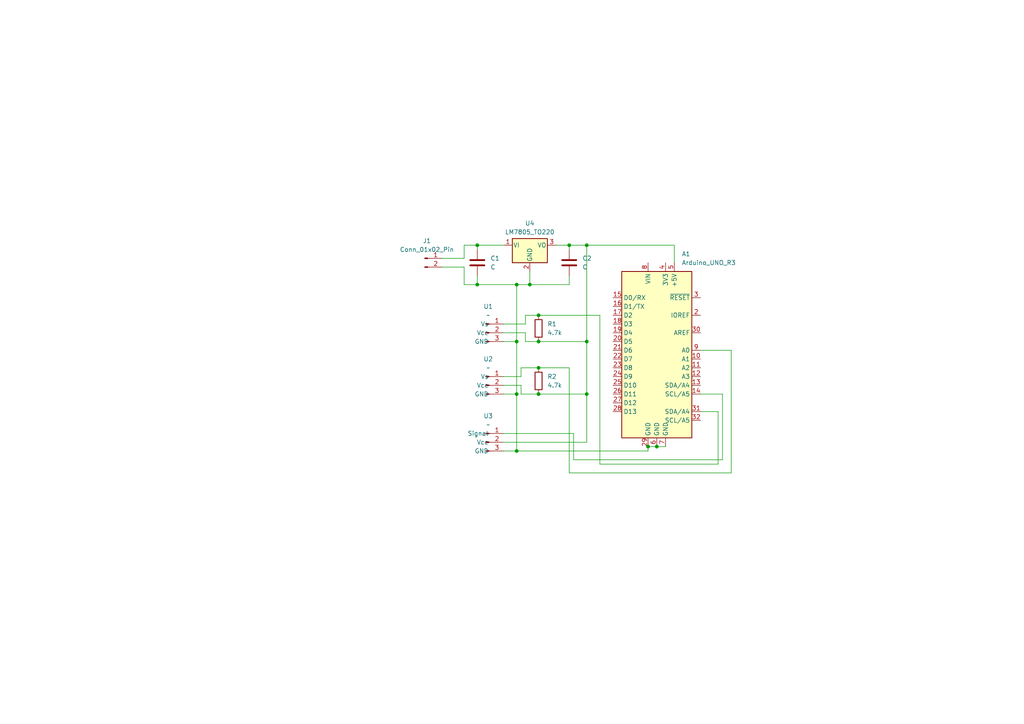
<source format=kicad_sch>
(kicad_sch (version 20250114) (generator "eeschema") (generator_version "9.0")
  (paper "A4")
  (lib_symbols
    (symbol "Connector:Conn_01x02_Pin" (pin_names (offset 1.016) (hide yes))
      (property "Reference" "J" (at 0 2.54 0))
      (property "Value" "Conn_01x02_Pin" (at 0 -5.08 0))
      (symbol "Conn_01x02_Pin_1_1"
        (rectangle (start 0.8636 0.127) (end 0 -0.127) (stroke (width 0.1524)) (fill (type outline)))
        (rectangle (start 0.8636 -2.413) (end 0 -2.667) (stroke (width 0.1524)) (fill (type outline)))
        (polyline (pts (xy 1.27 0) (xy 0.8636 0)) (stroke (width 0.1524)))
        (polyline (pts (xy 1.27 -2.54) (xy 0.8636 -2.54)) (stroke (width 0.1524)))
        (pin passive line (at 5.08 0 180) (length 3.81) (name "Pin_1") (number "1"))
        (pin passive line (at 5.08 -2.54 180) (length 3.81) (name "Pin_2") (number "2"))
      )
    )
    (symbol "Device:R" (pin_numbers (hide yes)) (pin_names (offset 0))
      (property "Reference" "R" (at 2.032 0 90))
      (property "Value" "R" (at 0 0 90))
      (symbol "R_0_1"
        (rectangle (start -1.016 -2.54) (end 1.016 2.54) (stroke (width 0.254)))
      )
      (symbol "R_1_1"
        (pin passive line (at 0 3.81 270) (length 1.27) (name "~") (number "1"))
        (pin passive line (at 0 -3.81 90) (length 1.27) (name "~") (number "2"))
      )
    )
    (symbol "MCU_Module:Arduino_UNO_R3"
      (property "Reference" "A" (at -10.16 23.495 0))
      (property "Value" "Arduino_UNO_R3" (at 5.08 -26.67 0))
      (symbol "Arduino_UNO_R3_0_1"
        (rectangle (start -10.16 22.86) (end 10.16 -25.4) (stroke (width 0.254)) (fill (type background)))
      )
      (symbol "Arduino_UNO_R3_1_1"
        (pin bidirectional line (at -12.7 15.24 0) (length 2.54) (name "D0/RX") (number "15"))
        (pin bidirectional line (at -12.7 12.7 0) (length 2.54) (name "D1/TX") (number "16"))
        (pin bidirectional line (at -12.7 10.16 0) (length 2.54) (name "D2") (number "17"))
        (pin bidirectional line (at -12.7 7.62 0) (length 2.54) (name "D3") (number "18"))
        (pin bidirectional line (at -12.7 5.08 0) (length 2.54) (name "D4") (number "19"))
        (pin bidirectional line (at -12.7 2.54 0) (length 2.54) (name "D5") (number "20"))
        (pin bidirectional line (at -12.7 0 0) (length 2.54) (name "D6") (number "21"))
        (pin bidirectional line (at -12.7 -2.54 0) (length 2.54) (name "D7") (number "22"))
        (pin bidirectional line (at -12.7 -5.08 0) (length 2.54) (name "D8") (number "23"))
        (pin bidirectional line (at -12.7 -7.62 0) (length 2.54) (name "D9") (number "24"))
        (pin bidirectional line (at -12.7 -10.16 0) (length 2.54) (name "D10") (number "25"))
        (pin bidirectional line (at -12.7 -12.7 0) (length 2.54) (name "D11") (number "26"))
        (pin bidirectional line (at -12.7 -15.24 0) (length 2.54) (name "D12") (number "27"))
        (pin bidirectional line (at -12.7 -17.78 0) (length 2.54) (name "D13") (number "28"))
        (pin no_connect line (at -10.16 -20.32 0) (length 2.54) (hide yes) (name "NC") (number "1"))
        (pin power_in line (at -2.54 25.4 270) (length 2.54) (name "VIN") (number "8"))
        (pin power_in line (at -2.54 -27.94 90) (length 2.54) (name "GND") (number "29"))
        (pin power_in line (at 0 -27.94 90) (length 2.54) (name "GND") (number "6"))
        (pin power_out line (at 2.54 25.4 270) (length 2.54) (name "3V3") (number "4"))
        (pin power_in line (at 2.54 -27.94 90) (length 2.54) (name "GND") (number "7"))
        (pin power_out line (at 5.08 25.4 270) (length 2.54) (name "+5V") (number "5"))
        (pin input line (at 12.7 15.24 180) (length 2.54) (name "~{RESET}") (number "3"))
        (pin output line (at 12.7 10.16 180) (length 2.54) (name "IOREF") (number "2"))
        (pin input line (at 12.7 5.08 180) (length 2.54) (name "AREF") (number "30"))
        (pin bidirectional line (at 12.7 0 180) (length 2.54) (name "A0") (number "9"))
        (pin bidirectional line (at 12.7 -2.54 180) (length 2.54) (name "A1") (number "10"))
        (pin bidirectional line (at 12.7 -5.08 180) (length 2.54) (name "A2") (number "11"))
        (pin bidirectional line (at 12.7 -7.62 180) (length 2.54) (name "A3") (number "12"))
        (pin bidirectional line (at 12.7 -10.16 180) (length 2.54) (name "SDA/A4") (number "13"))
        (pin bidirectional line (at 12.7 -12.7 180) (length 2.54) (name "SCL/A5") (number "14"))
        (pin bidirectional line (at 12.7 -17.78 180) (length 2.54) (name "SDA/A4") (number "31"))
        (pin bidirectional line (at 12.7 -20.32 180) (length 2.54) (name "SCL/A5") (number "32"))
      )
    )
    (symbol "SymbGamelGe2_v8.0:C" (pin_numbers (hide yes)) (pin_names (offset 0.254))
      (property "Reference" "C" (at 0.635 2.54 0))
      (property "Value" "C" (at 0.635 -2.54 0))
      (symbol "C_0_1"
        (polyline (pts (xy -2.032 0.762) (xy 2.032 0.762)) (stroke (width 0.508)))
        (polyline (pts (xy -2.032 -0.762) (xy 2.032 -0.762)) (stroke (width 0.508)))
      )
      (symbol "C_1_1"
        (pin passive line (at 0 3.81 270) (length 2.794) (name "~") (number "1"))
        (pin passive line (at 0 -3.81 90) (length 2.794) (name "~") (number "2"))
      )
    )
    (symbol "SymbGamelGe2_v8.0:LM7805_TO220" (pin_names (offset 0.254))
      (property "Reference" "U" (at -3.81 3.175 0))
      (property "Value" "LM7805_TO220" (at 0 3.175 0))
      (symbol "LM7805_TO220_0_1"
        (rectangle (start -5.08 1.905) (end 5.08 -5.08) (stroke (width 0.254)) (fill (type background)))
      )
      (symbol "LM7805_TO220_1_1"
        (pin power_in line (at -7.62 0 0) (length 2.54) (name "VI") (number "1"))
        (pin power_in line (at 0 -7.62 90) (length 2.54) (name "GND") (number "2"))
        (pin power_out line (at 7.62 0 180) (length 2.54) (name "VO") (number "3"))
      )
    )
    (symbol "interfacage:50nk"
      (property "Reference" "U" (at 0 0 0))
      (symbol "50nk_1_1"
        (rectangle (start -1.6764 -2.413) (end -2.54 -2.667) (stroke (width 0.1524)) (fill (type outline)))
        (rectangle (start -1.6764 -4.953) (end -2.54 -5.207) (stroke (width 0.1524)) (fill (type outline)))
        (rectangle (start -1.6764 -7.493) (end -2.54 -7.747) (stroke (width 0.1524)) (fill (type outline)))
        (polyline (pts (xy -1.27 -2.54) (xy -1.6764 -2.54)) (stroke (width 0.1524)))
        (polyline (pts (xy -1.27 -5.08) (xy -1.6764 -5.08)) (stroke (width 0.1524)))
        (polyline (pts (xy -1.27 -7.62) (xy -1.6764 -7.62)) (stroke (width 0.1524)))
        (pin passive line (at 2.54 -2.54 180) (length 3.81) (name "Vs") (number "1"))
        (pin passive line (at 2.54 -5.08 180) (length 3.81) (name "Vcc") (number "2"))
        (pin passive line (at 2.54 -7.62 180) (length 3.81) (name "GND") (number "3"))
      )
    )
    (symbol "interfacage:hs322hd"
      (property "Reference" "U" (at 0 0 0))
      (symbol "hs322hd_1_1"
        (rectangle (start -1.6764 -2.413) (end -2.54 -2.667) (stroke (width 0.1524)) (fill (type outline)))
        (rectangle (start -1.6764 -4.953) (end -2.54 -5.207) (stroke (width 0.1524)) (fill (type outline)))
        (rectangle (start -1.6764 -7.493) (end -2.54 -7.747) (stroke (width 0.1524)) (fill (type outline)))
        (polyline (pts (xy -1.27 -2.54) (xy -1.6764 -2.54)) (stroke (width 0.1524)))
        (polyline (pts (xy -1.27 -5.08) (xy -1.6764 -5.08)) (stroke (width 0.1524)))
        (polyline (pts (xy -1.27 -7.62) (xy -1.6764 -7.62)) (stroke (width 0.1524)))
        (pin passive line (at 2.54 -2.54 180) (length 3.81) (name "Signal") (number "1"))
        (pin passive line (at 2.54 -5.08 180) (length 3.81) (name "Vcc") (number "2"))
        (pin passive line (at 2.54 -7.62 180) (length 3.81) (name "GND") (number "3"))
      )
    )
  )
  (junction (at 156.21 114.3))
  (junction (at 149.86 82.55))
  (junction (at 170.18 114.3))
  (junction (at 165.1 71.12))
  (junction (at 190.5 129.54))
  (junction (at 156.21 106.68))
  (junction (at 138.43 71.12))
  (junction (at 170.18 71.12))
  (junction (at 149.86 130.81))
  (junction (at 187.96 129.54))
  (junction (at 153.67 82.55))
  (junction (at 149.86 99.06))
  (junction (at 156.21 99.06))
  (junction (at 170.18 99.06))
  (junction (at 156.21 91.44))
  (junction (at 138.43 82.55))
  (junction (at 149.86 114.3))
  (wire (pts (xy 212.09 137.16) (xy 212.09 101.6)))
  (wire (pts (xy 152.4 93.98) (xy 152.4 91.44)))
  (wire (pts (xy 149.86 82.55) (xy 153.67 82.55)))
  (wire (pts (xy 165.1 137.16) (xy 212.09 137.16)))
  (wire (pts (xy 195.58 71.12) (xy 170.18 71.12)))
  (wire (pts (xy 146.05 111.76) (xy 151.13 111.76)))
  (wire (pts (xy 151.13 106.68) (xy 156.21 106.68)))
  (wire (pts (xy 138.43 72.39) (xy 138.43 71.12)))
  (wire (pts (xy 156.21 106.68) (xy 165.1 106.68)))
  (wire (pts (xy 138.43 80.01) (xy 138.43 82.55)))
  (wire (pts (xy 165.1 82.55) (xy 165.1 80.01)))
  (wire (pts (xy 165.1 106.68) (xy 165.1 137.16)))
  (wire (pts (xy 134.62 71.12) (xy 138.43 71.12)))
  (wire (pts (xy 128.27 77.47) (xy 134.62 77.47)))
  (wire (pts (xy 190.5 129.54) (xy 193.04 129.54)))
  (wire (pts (xy 170.18 99.06) (xy 170.18 114.3)))
  (wire (pts (xy 173.99 91.44) (xy 173.99 134.62)))
  (wire (pts (xy 209.55 114.3) (xy 203.2 114.3)))
  (wire (pts (xy 187.96 129.54) (xy 190.5 129.54)))
  (wire (pts (xy 212.09 101.6) (xy 203.2 101.6)))
  (wire (pts (xy 128.27 74.93) (xy 134.62 74.93)))
  (wire (pts (xy 153.67 82.55) (xy 165.1 82.55)))
  (wire (pts (xy 166.37 125.73) (xy 166.37 133.35)))
  (wire (pts (xy 146.05 96.52) (xy 152.4 96.52)))
  (wire (pts (xy 151.13 111.76) (xy 151.13 114.3)))
  (wire (pts (xy 152.4 99.06) (xy 156.21 99.06)))
  (wire (pts (xy 153.67 78.74) (xy 153.67 82.55)))
  (wire (pts (xy 146.05 114.3) (xy 149.86 114.3)))
  (wire (pts (xy 152.4 91.44) (xy 156.21 91.44)))
  (wire (pts (xy 156.21 99.06) (xy 170.18 99.06)))
  (wire (pts (xy 134.62 82.55) (xy 138.43 82.55)))
  (wire (pts (xy 146.05 125.73) (xy 166.37 125.73)))
  (wire (pts (xy 138.43 71.12) (xy 146.05 71.12)))
  (wire (pts (xy 149.86 114.3) (xy 149.86 130.81)))
  (wire (pts (xy 146.05 99.06) (xy 149.86 99.06)))
  (wire (pts (xy 149.86 130.81) (xy 187.96 130.81)))
  (wire (pts (xy 208.28 119.38) (xy 203.2 119.38)))
  (wire (pts (xy 156.21 91.44) (xy 173.99 91.44)))
  (wire (pts (xy 161.29 71.12) (xy 165.1 71.12)))
  (wire (pts (xy 208.28 134.62) (xy 208.28 119.38)))
  (wire (pts (xy 165.1 71.12) (xy 165.1 72.39)))
  (wire (pts (xy 151.13 109.22) (xy 151.13 106.68)))
  (wire (pts (xy 146.05 130.81) (xy 149.86 130.81)))
  (wire (pts (xy 138.43 82.55) (xy 149.86 82.55)))
  (wire (pts (xy 209.55 133.35) (xy 209.55 114.3)))
  (wire (pts (xy 146.05 128.27) (xy 170.18 128.27)))
  (wire (pts (xy 173.99 134.62) (xy 208.28 134.62)))
  (wire (pts (xy 166.37 133.35) (xy 209.55 133.35)))
  (wire (pts (xy 146.05 93.98) (xy 152.4 93.98)))
  (wire (pts (xy 149.86 82.55) (xy 149.86 99.06)))
  (wire (pts (xy 146.05 109.22) (xy 151.13 109.22)))
  (wire (pts (xy 156.21 114.3) (xy 170.18 114.3)))
  (wire (pts (xy 149.86 99.06) (xy 149.86 114.3)))
  (wire (pts (xy 134.62 74.93) (xy 134.62 71.12)))
  (wire (pts (xy 195.58 76.2) (xy 195.58 71.12)))
  (wire (pts (xy 170.18 71.12) (xy 170.18 99.06)))
  (wire (pts (xy 165.1 71.12) (xy 170.18 71.12)))
  (wire (pts (xy 187.96 130.81) (xy 187.96 129.54)))
  (wire (pts (xy 152.4 96.52) (xy 152.4 99.06)))
  (wire (pts (xy 151.13 114.3) (xy 156.21 114.3)))
  (wire (pts (xy 170.18 114.3) (xy 170.18 128.27)))
  (wire (pts (xy 134.62 77.47) (xy 134.62 82.55)))
  (symbol (lib_id "Device:R") (at 156.21 110.49 0) (unit 1)
    (property "Reference" "R2" (at 158.75 109.2199 0) (effects (justify left)))
    (property "Value" "4.7k" (at 158.75 111.7599 0) (effects (justify left)))
    (property "Footprint" "Resistor_THT:R_Axial_DIN0207_L6.3mm_D2.5mm_P10.16mm_Horizontal" (effects (hide yes)))
    (property "Description" "Resistor" (effects (hide yes)))
  )
  (symbol (lib_id "SymbGamelGe2_v8.0:C") (at 165.1 76.2 0) (unit 1)
    (property "Reference" "C2" (at 168.91 74.9299 0) (effects (justify left)))
    (property "Value" "C" (at 168.91 77.4699 0) (effects (justify left)))
    (property "Footprint" "FootprintGamelGe2_v8.0:C_Rect_L7.0mm_W2.5mm_P5.00mm" (effects (hide yes)))
    (property "Description" "Unpolarized capacitor" (effects (hide yes)))
  )
  (symbol (lib_id "MCU_Module:Arduino_UNO_R3") (at 190.5 101.6 0) (unit 1)
    (property "Reference" "A1" (at 197.7233 73.66 0) (effects (justify left)))
    (property "Value" "Arduino_UNO_R3" (at 197.7233 76.2 0) (effects (justify left)))
    (property "Footprint" "Module:Arduino_UNO_R3" (effects (hide yes)))
    (property "Datasheet" "https://www.arduino.cc/en/Main/arduinoBoardUno" (effects (hide yes)))
    (property "Description" "Arduino UNO Microcontroller Module, release 3" (effects (hide yes)))
  )
  (symbol (lib_id "Device:R") (at 156.21 95.25 0) (unit 1)
    (property "Reference" "R1" (at 158.75 93.9799 0) (effects (justify left)))
    (property "Value" "4.7k" (at 158.75 96.5199 0) (effects (justify left)))
    (property "Footprint" "Resistor_THT:R_Axial_DIN0207_L6.3mm_D2.5mm_P10.16mm_Horizontal" (effects (hide yes)))
    (property "Description" "Resistor" (effects (hide yes)))
  )
  (symbol (lib_id "SymbGamelGe2_v8.0:LM7805_TO220") (at 153.67 71.12 0) (unit 1)
    (property "Reference" "U4" (at 153.67 64.77 0))
    (property "Value" "LM7805_TO220" (at 153.67 67.31 0))
    (property "Footprint" "FootprintGamelGe2_v8.0:TO-220-3_Vertical" (effects (hide yes)))
    (property "Datasheet" "http://www.fairchildsemi.com/ds/LM/LM7805.pdf" (effects (hide yes)))
    (property "Description" "Positive 1A 35V Linear Regulator, Fixed Output 5V, TO-220" (effects (hide yes)))
  )
  (symbol (lib_id "interfacage:50nk") (at 143.51 106.68 0) (unit 1)
    (property "Reference" "U2" (at 141.605 104.14 0))
    (property "Value" "~" (at 141.605 106.68 0))
    (property "Footprint" "Connector_PinHeader_2.54mm:PinHeader_1x03_P2.54mm_Horizontal" (effects (hide yes)))
  )
  (symbol (lib_id "Connector:Conn_01x02_Pin") (at 123.19 74.93 0) (unit 1)
    (property "Reference" "J1" (at 123.825 69.85 0))
    (property "Value" "Conn_01x02_Pin" (at 123.825 72.39 0))
    (property "Footprint" "Connector_PinHeader_1.00mm:PinHeader_1x02_P1.00mm_Horizontal" (effects (hide yes)))
    (property "Description" "Generic connector, single row, 01x02, script generated" (effects (hide yes)))
  )
  (symbol (lib_id "SymbGamelGe2_v8.0:C") (at 138.43 76.2 0) (unit 1)
    (property "Reference" "C1" (at 142.24 74.9299 0) (effects (justify left)))
    (property "Value" "C" (at 142.24 77.4699 0) (effects (justify left)))
    (property "Footprint" "FootprintGamelGe2_v8.0:C_Rect_L7.0mm_W2.5mm_P5.00mm" (effects (hide yes)))
    (property "Description" "Unpolarized capacitor" (effects (hide yes)))
  )
  (symbol (lib_id "interfacage:50nk") (at 143.51 91.44 0) (unit 1)
    (property "Reference" "U1" (at 141.605 88.9 0))
    (property "Value" "~" (at 141.605 91.44 0))
    (property "Footprint" "Connector_PinHeader_2.54mm:PinHeader_1x03_P2.54mm_Horizontal" (effects (hide yes)))
  )
  (symbol (lib_id "interfacage:hs322hd") (at 143.51 123.19 0) (unit 1)
    (property "Reference" "U3" (at 141.605 120.65 0))
    (property "Value" "~" (at 141.605 123.19 0))
    (property "Footprint" "Connector_PinHeader_2.54mm:PinHeader_1x03_P2.54mm_Horizontal" (effects (hide yes)))
  )
)
</source>
